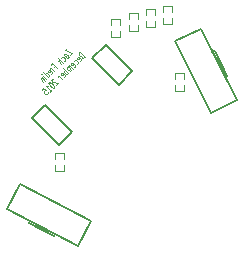
<source format=gbo>
G04 (created by PCBNEW (2013-jul-07)-stable) date Wed 30 Dec 2015 07:31:02 PM CST*
%MOIN*%
G04 Gerber Fmt 3.4, Leading zero omitted, Abs format*
%FSLAX34Y34*%
G01*
G70*
G90*
G04 APERTURE LIST*
%ADD10C,0.00590551*%
%ADD11C,0.00393701*%
%ADD12C,0.0028*%
G04 APERTURE END LIST*
G54D10*
G54D11*
X68299Y-12013D02*
X68224Y-12088D01*
X68466Y-12180D01*
X68391Y-12255D01*
X68301Y-12345D02*
X68214Y-12257D01*
X68203Y-12236D01*
X68206Y-12217D01*
X68227Y-12196D01*
X68246Y-12194D01*
X68293Y-12337D02*
X68312Y-12334D01*
X68338Y-12308D01*
X68341Y-12289D01*
X68330Y-12268D01*
X68315Y-12252D01*
X68293Y-12241D01*
X68275Y-12244D01*
X68248Y-12270D01*
X68230Y-12273D01*
X68193Y-12438D02*
X68211Y-12435D01*
X68232Y-12414D01*
X68235Y-12395D01*
X68232Y-12382D01*
X68222Y-12361D01*
X68174Y-12313D01*
X68153Y-12302D01*
X68140Y-12300D01*
X68121Y-12302D01*
X68100Y-12324D01*
X68097Y-12342D01*
X68153Y-12493D02*
X67986Y-12326D01*
X68105Y-12541D02*
X68018Y-12453D01*
X68007Y-12432D01*
X68010Y-12414D01*
X68026Y-12398D01*
X68044Y-12395D01*
X68057Y-12398D01*
X67843Y-12628D02*
X67880Y-12591D01*
X67967Y-12679D02*
X67800Y-12512D01*
X67747Y-12565D01*
X67872Y-12774D02*
X67760Y-12663D01*
X67792Y-12695D02*
X67771Y-12684D01*
X67758Y-12681D01*
X67739Y-12684D01*
X67729Y-12695D01*
X67752Y-12878D02*
X67771Y-12875D01*
X67792Y-12854D01*
X67795Y-12835D01*
X67784Y-12814D01*
X67721Y-12750D01*
X67699Y-12740D01*
X67681Y-12742D01*
X67660Y-12764D01*
X67657Y-12782D01*
X67668Y-12803D01*
X67684Y-12819D01*
X67752Y-12782D01*
X67660Y-12986D02*
X67493Y-12819D01*
X67652Y-12978D02*
X67670Y-12976D01*
X67692Y-12955D01*
X67694Y-12936D01*
X67692Y-12923D01*
X67681Y-12902D01*
X67633Y-12854D01*
X67612Y-12843D01*
X67599Y-12841D01*
X67580Y-12843D01*
X67559Y-12864D01*
X67556Y-12883D01*
X67607Y-13039D02*
X67495Y-12928D01*
X67440Y-12872D02*
X67453Y-12875D01*
X67456Y-12888D01*
X67442Y-12886D01*
X67440Y-12872D01*
X67456Y-12888D01*
X67442Y-12981D02*
X67554Y-13092D01*
X67458Y-12997D02*
X67445Y-12994D01*
X67426Y-12997D01*
X67410Y-13013D01*
X67408Y-13031D01*
X67418Y-13053D01*
X67506Y-13140D01*
X68876Y-12294D02*
X68709Y-12127D01*
X68682Y-12153D01*
X68674Y-12177D01*
X68680Y-12203D01*
X68690Y-12225D01*
X68717Y-12262D01*
X68741Y-12286D01*
X68778Y-12312D01*
X68799Y-12323D01*
X68825Y-12328D01*
X68849Y-12320D01*
X68876Y-12294D01*
X68714Y-12439D02*
X68733Y-12437D01*
X68754Y-12416D01*
X68757Y-12397D01*
X68746Y-12376D01*
X68682Y-12312D01*
X68661Y-12302D01*
X68643Y-12304D01*
X68621Y-12325D01*
X68619Y-12344D01*
X68629Y-12365D01*
X68645Y-12381D01*
X68714Y-12344D01*
X68613Y-12540D02*
X68632Y-12537D01*
X68653Y-12516D01*
X68656Y-12498D01*
X68653Y-12484D01*
X68643Y-12463D01*
X68595Y-12416D01*
X68574Y-12405D01*
X68560Y-12402D01*
X68542Y-12405D01*
X68521Y-12426D01*
X68518Y-12445D01*
X68523Y-12630D02*
X68542Y-12628D01*
X68563Y-12606D01*
X68566Y-12588D01*
X68555Y-12567D01*
X68491Y-12503D01*
X68470Y-12492D01*
X68452Y-12495D01*
X68430Y-12516D01*
X68428Y-12535D01*
X68438Y-12556D01*
X68454Y-12572D01*
X68523Y-12535D01*
X68478Y-12691D02*
X68367Y-12580D01*
X68383Y-12596D02*
X68369Y-12593D01*
X68351Y-12596D01*
X68335Y-12612D01*
X68332Y-12630D01*
X68343Y-12651D01*
X68430Y-12739D01*
X68343Y-12651D02*
X68322Y-12641D01*
X68303Y-12644D01*
X68287Y-12659D01*
X68285Y-12678D01*
X68295Y-12699D01*
X68383Y-12787D01*
X68330Y-12840D02*
X68163Y-12673D01*
X68226Y-12736D02*
X68208Y-12739D01*
X68187Y-12760D01*
X68184Y-12779D01*
X68187Y-12792D01*
X68197Y-12813D01*
X68245Y-12861D01*
X68266Y-12872D01*
X68279Y-12874D01*
X68298Y-12872D01*
X68319Y-12850D01*
X68322Y-12832D01*
X68179Y-12975D02*
X68197Y-12972D01*
X68218Y-12951D01*
X68221Y-12933D01*
X68210Y-12911D01*
X68147Y-12848D01*
X68126Y-12837D01*
X68107Y-12840D01*
X68086Y-12861D01*
X68083Y-12879D01*
X68094Y-12901D01*
X68110Y-12917D01*
X68179Y-12879D01*
X68133Y-13036D02*
X68022Y-12925D01*
X68054Y-12956D02*
X68033Y-12946D01*
X68019Y-12943D01*
X68001Y-12946D01*
X67990Y-12956D01*
X67834Y-13033D02*
X67821Y-13031D01*
X67802Y-13033D01*
X67776Y-13060D01*
X67773Y-13078D01*
X67776Y-13092D01*
X67786Y-13113D01*
X67802Y-13129D01*
X67831Y-13147D01*
X67990Y-13179D01*
X67921Y-13248D01*
X67685Y-13150D02*
X67675Y-13161D01*
X67672Y-13179D01*
X67675Y-13192D01*
X67685Y-13214D01*
X67712Y-13251D01*
X67752Y-13290D01*
X67789Y-13317D01*
X67810Y-13328D01*
X67823Y-13330D01*
X67842Y-13328D01*
X67852Y-13317D01*
X67855Y-13298D01*
X67852Y-13285D01*
X67842Y-13264D01*
X67815Y-13227D01*
X67776Y-13187D01*
X67738Y-13161D01*
X67717Y-13150D01*
X67704Y-13147D01*
X67685Y-13150D01*
X67709Y-13460D02*
X67773Y-13397D01*
X67741Y-13428D02*
X67574Y-13261D01*
X67609Y-13275D01*
X67635Y-13280D01*
X67654Y-13277D01*
X67441Y-13394D02*
X67495Y-13341D01*
X67579Y-13415D01*
X67566Y-13412D01*
X67548Y-13415D01*
X67521Y-13442D01*
X67518Y-13460D01*
X67521Y-13473D01*
X67532Y-13495D01*
X67571Y-13534D01*
X67593Y-13545D01*
X67606Y-13548D01*
X67624Y-13545D01*
X67651Y-13518D01*
X67654Y-13500D01*
X67651Y-13487D01*
G54D12*
X72197Y-13249D02*
X72197Y-13449D01*
X72197Y-13449D02*
X71897Y-13449D01*
X71897Y-13449D02*
X71897Y-13249D01*
X72197Y-13049D02*
X72197Y-12849D01*
X72197Y-12849D02*
X71897Y-12849D01*
X71897Y-12849D02*
X71897Y-13049D01*
X68201Y-15907D02*
X68201Y-16107D01*
X68201Y-16107D02*
X67901Y-16107D01*
X67901Y-16107D02*
X67901Y-15907D01*
X68201Y-15707D02*
X68201Y-15507D01*
X68201Y-15507D02*
X67901Y-15507D01*
X67901Y-15507D02*
X67901Y-15707D01*
G54D10*
X73139Y-12135D02*
X73210Y-12099D01*
X73210Y-12099D02*
X73632Y-12945D01*
X73632Y-12945D02*
X73561Y-12980D01*
X72753Y-11359D02*
X73948Y-13755D01*
X73948Y-13755D02*
X73102Y-14177D01*
X73102Y-14177D02*
X71907Y-11781D01*
X71907Y-11781D02*
X72753Y-11359D01*
X67887Y-18208D02*
X67850Y-18278D01*
X67850Y-18278D02*
X67012Y-17842D01*
X67012Y-17842D02*
X67048Y-17772D01*
X68655Y-18608D02*
X66280Y-17372D01*
X66280Y-17372D02*
X66717Y-16534D01*
X66717Y-16534D02*
X69091Y-17770D01*
X69091Y-17770D02*
X68655Y-18608D01*
X68017Y-15235D02*
X67127Y-14344D01*
X67127Y-14344D02*
X67572Y-13898D01*
X67572Y-13898D02*
X68463Y-14789D01*
X68463Y-14789D02*
X68017Y-15235D01*
X70025Y-13227D02*
X69135Y-12336D01*
X69135Y-12336D02*
X69580Y-11890D01*
X69580Y-11890D02*
X70471Y-12781D01*
X70471Y-12781D02*
X70025Y-13227D01*
G54D12*
X71503Y-10805D02*
X71503Y-10605D01*
X71503Y-10605D02*
X71803Y-10605D01*
X71803Y-10605D02*
X71803Y-10805D01*
X71503Y-11005D02*
X71503Y-11205D01*
X71503Y-11205D02*
X71803Y-11205D01*
X71803Y-11205D02*
X71803Y-11005D01*
X70932Y-10903D02*
X70932Y-10703D01*
X70932Y-10703D02*
X71232Y-10703D01*
X71232Y-10703D02*
X71232Y-10903D01*
X70932Y-11103D02*
X70932Y-11303D01*
X70932Y-11303D02*
X71232Y-11303D01*
X71232Y-11303D02*
X71232Y-11103D01*
X70342Y-11041D02*
X70342Y-10841D01*
X70342Y-10841D02*
X70642Y-10841D01*
X70642Y-10841D02*
X70642Y-11041D01*
X70342Y-11241D02*
X70342Y-11441D01*
X70342Y-11441D02*
X70642Y-11441D01*
X70642Y-11441D02*
X70642Y-11241D01*
X69771Y-11238D02*
X69771Y-11038D01*
X69771Y-11038D02*
X70071Y-11038D01*
X70071Y-11038D02*
X70071Y-11238D01*
X69771Y-11438D02*
X69771Y-11638D01*
X69771Y-11638D02*
X70071Y-11638D01*
X70071Y-11638D02*
X70071Y-11438D01*
M02*

</source>
